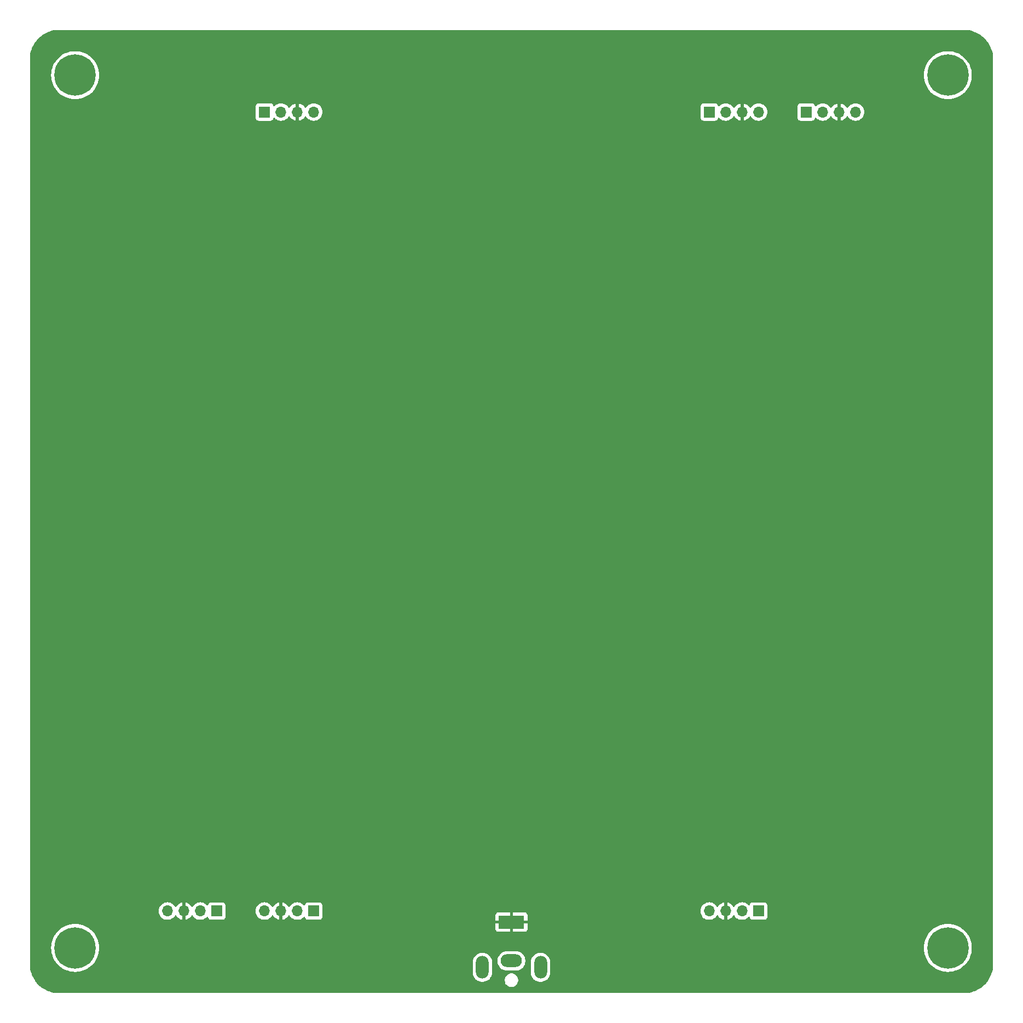
<source format=gtl>
%TF.GenerationSoftware,KiCad,Pcbnew,8.0.1*%
%TF.CreationDate,2024-03-21T17:04:44-07:00*%
%TF.ProjectId,fan-controller,66616e2d-636f-46e7-9472-6f6c6c65722e,rev?*%
%TF.SameCoordinates,Original*%
%TF.FileFunction,Copper,L1,Top*%
%TF.FilePolarity,Positive*%
%FSLAX46Y46*%
G04 Gerber Fmt 4.6, Leading zero omitted, Abs format (unit mm)*
G04 Created by KiCad (PCBNEW 8.0.1) date 2024-03-21 17:04:44*
%MOMM*%
%LPD*%
G01*
G04 APERTURE LIST*
%TA.AperFunction,ComponentPad*%
%ADD10R,1.700000X1.700000*%
%TD*%
%TA.AperFunction,ComponentPad*%
%ADD11O,1.700000X1.700000*%
%TD*%
%TA.AperFunction,ComponentPad*%
%ADD12C,6.400000*%
%TD*%
%TA.AperFunction,ComponentPad*%
%ADD13O,2.000000X3.500000*%
%TD*%
%TA.AperFunction,ComponentPad*%
%ADD14O,3.300000X2.000000*%
%TD*%
%TA.AperFunction,ComponentPad*%
%ADD15R,4.000000X2.000000*%
%TD*%
G04 APERTURE END LIST*
D10*
%TO.P,J5,1,Pin_1*%
%TO.N,unconnected-(J5-Pin_1-Pad1)*%
X230600000Y-88200000D03*
D11*
%TO.P,J5,2,Pin_2*%
%TO.N,unconnected-(J5-Pin_2-Pad2)*%
X233140000Y-88200000D03*
%TO.P,J5,3,Pin_3*%
%TO.N,+12V*%
X235680000Y-88200000D03*
%TO.P,J5,4,Pin_4*%
%TO.N,GND*%
X238220000Y-88200000D03*
%TD*%
D10*
%TO.P,J6,1,Pin_1*%
%TO.N,unconnected-(J6-Pin_1-Pad1)*%
X161800000Y-88200000D03*
D11*
%TO.P,J6,2,Pin_2*%
%TO.N,unconnected-(J6-Pin_2-Pad2)*%
X164340000Y-88200000D03*
%TO.P,J6,3,Pin_3*%
%TO.N,+12V*%
X166880000Y-88200000D03*
%TO.P,J6,4,Pin_4*%
%TO.N,GND*%
X169420000Y-88200000D03*
%TD*%
D12*
%TO.P,H1,1,1*%
%TO.N,GND*%
X132500000Y-82500000D03*
%TD*%
D13*
%TO.P,J7,MP,MountPin*%
%TO.N,unconnected-(J7-MountPin-PadMP)_0*%
X204500000Y-220500000D03*
%TO.N,unconnected-(J7-MountPin-PadMP)*%
X195500000Y-220500000D03*
D14*
%TO.P,J7,2*%
%TO.N,GND*%
X200000000Y-219500000D03*
D15*
%TO.P,J7,1*%
%TO.N,+12V*%
X200000000Y-213500000D03*
%TD*%
D12*
%TO.P,H3,1,1*%
%TO.N,GND*%
X132500000Y-217500000D03*
%TD*%
D10*
%TO.P,J4,1,Pin_1*%
%TO.N,unconnected-(J4-Pin_1-Pad1)*%
X245600000Y-88200000D03*
D11*
%TO.P,J4,2,Pin_2*%
%TO.N,unconnected-(J4-Pin_2-Pad2)*%
X248140000Y-88200000D03*
%TO.P,J4,3,Pin_3*%
%TO.N,+12V*%
X250680000Y-88200000D03*
%TO.P,J4,4,Pin_4*%
%TO.N,GND*%
X253220000Y-88200000D03*
%TD*%
D12*
%TO.P,H2,1,1*%
%TO.N,GND*%
X267500000Y-82500000D03*
%TD*%
D10*
%TO.P,J1,1,Pin_1*%
%TO.N,unconnected-(J1-Pin_1-Pad1)*%
X154400000Y-211800000D03*
D11*
%TO.P,J1,2,Pin_2*%
%TO.N,unconnected-(J1-Pin_2-Pad2)*%
X151860000Y-211800000D03*
%TO.P,J1,3,Pin_3*%
%TO.N,+12V*%
X149320000Y-211800000D03*
%TO.P,J1,4,Pin_4*%
%TO.N,GND*%
X146780000Y-211800000D03*
%TD*%
D10*
%TO.P,J3,1,Pin_1*%
%TO.N,unconnected-(J3-Pin_1-Pad1)*%
X238200000Y-211800000D03*
D11*
%TO.P,J3,2,Pin_2*%
%TO.N,unconnected-(J3-Pin_2-Pad2)*%
X235660000Y-211800000D03*
%TO.P,J3,3,Pin_3*%
%TO.N,+12V*%
X233120000Y-211800000D03*
%TO.P,J3,4,Pin_4*%
%TO.N,GND*%
X230580000Y-211800000D03*
%TD*%
D12*
%TO.P,H4,1,1*%
%TO.N,GND*%
X267500000Y-217500000D03*
%TD*%
D10*
%TO.P,J2,1,Pin_1*%
%TO.N,unconnected-(J2-Pin_1-Pad1)*%
X169400000Y-211800000D03*
D11*
%TO.P,J2,2,Pin_2*%
%TO.N,unconnected-(J2-Pin_2-Pad2)*%
X166860000Y-211800000D03*
%TO.P,J2,3,Pin_3*%
%TO.N,+12V*%
X164320000Y-211800000D03*
%TO.P,J2,4,Pin_4*%
%TO.N,GND*%
X161780000Y-211800000D03*
%TD*%
%TA.AperFunction,Conductor*%
%TO.N,+12V*%
G36*
X270002702Y-75500617D02*
G01*
X270386771Y-75517386D01*
X270397506Y-75518326D01*
X270775971Y-75568152D01*
X270786597Y-75570025D01*
X271159284Y-75652648D01*
X271169710Y-75655442D01*
X271533765Y-75770227D01*
X271543911Y-75773920D01*
X271896578Y-75920000D01*
X271906369Y-75924566D01*
X272244942Y-76100816D01*
X272254310Y-76106224D01*
X272576244Y-76311318D01*
X272585105Y-76317523D01*
X272887930Y-76549889D01*
X272896217Y-76556843D01*
X273177635Y-76814715D01*
X273185284Y-76822364D01*
X273443156Y-77103782D01*
X273450110Y-77112069D01*
X273682476Y-77414894D01*
X273688681Y-77423755D01*
X273893775Y-77745689D01*
X273899183Y-77755057D01*
X274075430Y-78093623D01*
X274080002Y-78103427D01*
X274226075Y-78456078D01*
X274229775Y-78466244D01*
X274344554Y-78830278D01*
X274347354Y-78840727D01*
X274429971Y-79213389D01*
X274431849Y-79224042D01*
X274481671Y-79602473D01*
X274482614Y-79613249D01*
X274499382Y-79997297D01*
X274499500Y-80002706D01*
X274499500Y-219997293D01*
X274499382Y-220002702D01*
X274482614Y-220386750D01*
X274481671Y-220397526D01*
X274431849Y-220775957D01*
X274429971Y-220786610D01*
X274347354Y-221159272D01*
X274344554Y-221169721D01*
X274229775Y-221533755D01*
X274226075Y-221543921D01*
X274080002Y-221896572D01*
X274075430Y-221906376D01*
X273899183Y-222244942D01*
X273893775Y-222254310D01*
X273688681Y-222576244D01*
X273682476Y-222585105D01*
X273450110Y-222887930D01*
X273443156Y-222896217D01*
X273185284Y-223177635D01*
X273177635Y-223185284D01*
X272896217Y-223443156D01*
X272887930Y-223450110D01*
X272585105Y-223682476D01*
X272576244Y-223688681D01*
X272254310Y-223893775D01*
X272244942Y-223899183D01*
X271906376Y-224075430D01*
X271896572Y-224080002D01*
X271543921Y-224226075D01*
X271533755Y-224229775D01*
X271169721Y-224344554D01*
X271159272Y-224347354D01*
X270786610Y-224429971D01*
X270775957Y-224431849D01*
X270397526Y-224481671D01*
X270386750Y-224482614D01*
X270002703Y-224499382D01*
X269997294Y-224499500D01*
X130002706Y-224499500D01*
X129997297Y-224499382D01*
X129613249Y-224482614D01*
X129602473Y-224481671D01*
X129224042Y-224431849D01*
X129213389Y-224429971D01*
X128840727Y-224347354D01*
X128830278Y-224344554D01*
X128466244Y-224229775D01*
X128456078Y-224226075D01*
X128103427Y-224080002D01*
X128093623Y-224075430D01*
X127755057Y-223899183D01*
X127745689Y-223893775D01*
X127423755Y-223688681D01*
X127414894Y-223682476D01*
X127112069Y-223450110D01*
X127103782Y-223443156D01*
X126822364Y-223185284D01*
X126814715Y-223177635D01*
X126556843Y-222896217D01*
X126549889Y-222887930D01*
X126317523Y-222585105D01*
X126311318Y-222576244D01*
X126283986Y-222533342D01*
X126106223Y-222254309D01*
X126100816Y-222244942D01*
X125924566Y-221906369D01*
X125919997Y-221896572D01*
X125892564Y-221830342D01*
X125773920Y-221543911D01*
X125770224Y-221533755D01*
X125717993Y-221368097D01*
X193999500Y-221368097D01*
X194036446Y-221601368D01*
X194109433Y-221825996D01*
X194198697Y-222001185D01*
X194216657Y-222036433D01*
X194355483Y-222227510D01*
X194522490Y-222394517D01*
X194713567Y-222533343D01*
X194797765Y-222576244D01*
X194924003Y-222640566D01*
X194924005Y-222640566D01*
X194924008Y-222640568D01*
X195044412Y-222679689D01*
X195148631Y-222713553D01*
X195381903Y-222750500D01*
X195381908Y-222750500D01*
X195618097Y-222750500D01*
X195851368Y-222713553D01*
X196075992Y-222640568D01*
X196148803Y-222603469D01*
X198949500Y-222603469D01*
X198989868Y-222806412D01*
X198989870Y-222806420D01*
X199069058Y-222997596D01*
X199184024Y-223169657D01*
X199330342Y-223315975D01*
X199330345Y-223315977D01*
X199502402Y-223430941D01*
X199693580Y-223510130D01*
X199896530Y-223550499D01*
X199896534Y-223550500D01*
X199896535Y-223550500D01*
X200103466Y-223550500D01*
X200103467Y-223550499D01*
X200306420Y-223510130D01*
X200497598Y-223430941D01*
X200669655Y-223315977D01*
X200815977Y-223169655D01*
X200930941Y-222997598D01*
X201010130Y-222806420D01*
X201050500Y-222603465D01*
X201050500Y-222396535D01*
X201010130Y-222193580D01*
X200930941Y-222002402D01*
X200815977Y-221830345D01*
X200815975Y-221830342D01*
X200669657Y-221684024D01*
X200500254Y-221570834D01*
X200497598Y-221569059D01*
X200424836Y-221538920D01*
X200306420Y-221489870D01*
X200306412Y-221489868D01*
X200103469Y-221449500D01*
X200103465Y-221449500D01*
X199896535Y-221449500D01*
X199896530Y-221449500D01*
X199693587Y-221489868D01*
X199693579Y-221489870D01*
X199502403Y-221569058D01*
X199330342Y-221684024D01*
X199184024Y-221830342D01*
X199069058Y-222002403D01*
X198989870Y-222193579D01*
X198989868Y-222193587D01*
X198949500Y-222396530D01*
X198949500Y-222603469D01*
X196148803Y-222603469D01*
X196286433Y-222533343D01*
X196477510Y-222394517D01*
X196644517Y-222227510D01*
X196783343Y-222036433D01*
X196890568Y-221825992D01*
X196963553Y-221601368D01*
X196974262Y-221533755D01*
X197000500Y-221368097D01*
X202999500Y-221368097D01*
X203036446Y-221601368D01*
X203109433Y-221825996D01*
X203198697Y-222001185D01*
X203216657Y-222036433D01*
X203355483Y-222227510D01*
X203522490Y-222394517D01*
X203713567Y-222533343D01*
X203797765Y-222576244D01*
X203924003Y-222640566D01*
X203924005Y-222640566D01*
X203924008Y-222640568D01*
X204044412Y-222679689D01*
X204148631Y-222713553D01*
X204381903Y-222750500D01*
X204381908Y-222750500D01*
X204618097Y-222750500D01*
X204851368Y-222713553D01*
X205075992Y-222640568D01*
X205286433Y-222533343D01*
X205477510Y-222394517D01*
X205644517Y-222227510D01*
X205783343Y-222036433D01*
X205890568Y-221825992D01*
X205963553Y-221601368D01*
X205974262Y-221533755D01*
X206000500Y-221368097D01*
X206000500Y-219631902D01*
X205963553Y-219398631D01*
X205890566Y-219174003D01*
X205834002Y-219062991D01*
X205783343Y-218963567D01*
X205644517Y-218772490D01*
X205477510Y-218605483D01*
X205286433Y-218466657D01*
X205075996Y-218359433D01*
X204851368Y-218286446D01*
X204618097Y-218249500D01*
X204618092Y-218249500D01*
X204381908Y-218249500D01*
X204381903Y-218249500D01*
X204148631Y-218286446D01*
X203924003Y-218359433D01*
X203713566Y-218466657D01*
X203604550Y-218545862D01*
X203522490Y-218605483D01*
X203522488Y-218605485D01*
X203522487Y-218605485D01*
X203355485Y-218772487D01*
X203355485Y-218772488D01*
X203355483Y-218772490D01*
X203295862Y-218854550D01*
X203216657Y-218963566D01*
X203109433Y-219174003D01*
X203036446Y-219398631D01*
X202999500Y-219631902D01*
X202999500Y-221368097D01*
X197000500Y-221368097D01*
X197000500Y-219631902D01*
X196998313Y-219618097D01*
X197849500Y-219618097D01*
X197886446Y-219851368D01*
X197959433Y-220075996D01*
X198066657Y-220286433D01*
X198205483Y-220477510D01*
X198372490Y-220644517D01*
X198563567Y-220783343D01*
X198662991Y-220834002D01*
X198774003Y-220890566D01*
X198774005Y-220890566D01*
X198774008Y-220890568D01*
X198894412Y-220929689D01*
X198998631Y-220963553D01*
X199231903Y-221000500D01*
X199231908Y-221000500D01*
X200768097Y-221000500D01*
X201001368Y-220963553D01*
X201225992Y-220890568D01*
X201436433Y-220783343D01*
X201627510Y-220644517D01*
X201794517Y-220477510D01*
X201933343Y-220286433D01*
X202040568Y-220075992D01*
X202113553Y-219851368D01*
X202150500Y-219618097D01*
X202150500Y-219381902D01*
X202113553Y-219148631D01*
X202067597Y-219007194D01*
X202040568Y-218924008D01*
X202040566Y-218924005D01*
X202040566Y-218924003D01*
X201933342Y-218713566D01*
X201883594Y-218645094D01*
X201794517Y-218522490D01*
X201627510Y-218355483D01*
X201436433Y-218216657D01*
X201225996Y-218109433D01*
X201001368Y-218036446D01*
X200768097Y-217999500D01*
X200768092Y-217999500D01*
X199231908Y-217999500D01*
X199231903Y-217999500D01*
X198998631Y-218036446D01*
X198774003Y-218109433D01*
X198563566Y-218216657D01*
X198454550Y-218295862D01*
X198372490Y-218355483D01*
X198372488Y-218355485D01*
X198372487Y-218355485D01*
X198205485Y-218522487D01*
X198205485Y-218522488D01*
X198205483Y-218522490D01*
X198145862Y-218604550D01*
X198066657Y-218713566D01*
X197959433Y-218924003D01*
X197886446Y-219148631D01*
X197849500Y-219381902D01*
X197849500Y-219618097D01*
X196998313Y-219618097D01*
X196963553Y-219398631D01*
X196890566Y-219174003D01*
X196834002Y-219062991D01*
X196783343Y-218963567D01*
X196644517Y-218772490D01*
X196477510Y-218605483D01*
X196286433Y-218466657D01*
X196075996Y-218359433D01*
X195851368Y-218286446D01*
X195618097Y-218249500D01*
X195618092Y-218249500D01*
X195381908Y-218249500D01*
X195381903Y-218249500D01*
X195148631Y-218286446D01*
X194924003Y-218359433D01*
X194713566Y-218466657D01*
X194604550Y-218545862D01*
X194522490Y-218605483D01*
X194522488Y-218605485D01*
X194522487Y-218605485D01*
X194355485Y-218772487D01*
X194355485Y-218772488D01*
X194355483Y-218772490D01*
X194295862Y-218854550D01*
X194216657Y-218963566D01*
X194109433Y-219174003D01*
X194036446Y-219398631D01*
X193999500Y-219631902D01*
X193999500Y-221368097D01*
X125717993Y-221368097D01*
X125655442Y-221169710D01*
X125652648Y-221159284D01*
X125570025Y-220786597D01*
X125568152Y-220775971D01*
X125518326Y-220397506D01*
X125517386Y-220386771D01*
X125500618Y-220002702D01*
X125500500Y-219997293D01*
X125500500Y-217500000D01*
X128794422Y-217500000D01*
X128814722Y-217887339D01*
X128875397Y-218270427D01*
X128875398Y-218270433D01*
X128899245Y-218359433D01*
X128975788Y-218645094D01*
X129114787Y-219007197D01*
X129290877Y-219352793D01*
X129502122Y-219678082D01*
X129502124Y-219678084D01*
X129746219Y-219979516D01*
X130020484Y-220253781D01*
X130020488Y-220253784D01*
X130321917Y-220497877D01*
X130547723Y-220644517D01*
X130647211Y-220709125D01*
X130992806Y-220885214D01*
X131354913Y-221024214D01*
X131729567Y-221124602D01*
X132112662Y-221185278D01*
X132478576Y-221204455D01*
X132499999Y-221205578D01*
X132500000Y-221205578D01*
X132500001Y-221205578D01*
X132520301Y-221204514D01*
X132887338Y-221185278D01*
X133270433Y-221124602D01*
X133645087Y-221024214D01*
X134007194Y-220885214D01*
X134352789Y-220709125D01*
X134678084Y-220497876D01*
X134979516Y-220253781D01*
X135253781Y-219979516D01*
X135497876Y-219678084D01*
X135709125Y-219352789D01*
X135885214Y-219007194D01*
X136024214Y-218645087D01*
X136124602Y-218270433D01*
X136185278Y-217887338D01*
X136205578Y-217500000D01*
X263794422Y-217500000D01*
X263814722Y-217887339D01*
X263875397Y-218270427D01*
X263875398Y-218270433D01*
X263899245Y-218359433D01*
X263975788Y-218645094D01*
X264114787Y-219007197D01*
X264290877Y-219352793D01*
X264502122Y-219678082D01*
X264502124Y-219678084D01*
X264746219Y-219979516D01*
X265020484Y-220253781D01*
X265020488Y-220253784D01*
X265321917Y-220497877D01*
X265547723Y-220644517D01*
X265647211Y-220709125D01*
X265992806Y-220885214D01*
X266354913Y-221024214D01*
X266729567Y-221124602D01*
X267112662Y-221185278D01*
X267478576Y-221204455D01*
X267499999Y-221205578D01*
X267500000Y-221205578D01*
X267500001Y-221205578D01*
X267520301Y-221204514D01*
X267887338Y-221185278D01*
X268270433Y-221124602D01*
X268645087Y-221024214D01*
X269007194Y-220885214D01*
X269352789Y-220709125D01*
X269678084Y-220497876D01*
X269979516Y-220253781D01*
X270253781Y-219979516D01*
X270497876Y-219678084D01*
X270709125Y-219352789D01*
X270885214Y-219007194D01*
X271024214Y-218645087D01*
X271124602Y-218270433D01*
X271185278Y-217887338D01*
X271205578Y-217500000D01*
X271185278Y-217112662D01*
X271124602Y-216729567D01*
X271024214Y-216354913D01*
X270885214Y-215992806D01*
X270709125Y-215647211D01*
X270497876Y-215321916D01*
X270253781Y-215020484D01*
X269979516Y-214746219D01*
X269808063Y-214607379D01*
X269678082Y-214502122D01*
X269352793Y-214290877D01*
X269007197Y-214114787D01*
X268645094Y-213975788D01*
X268608285Y-213965925D01*
X268270433Y-213875398D01*
X268270429Y-213875397D01*
X268270428Y-213875397D01*
X267887339Y-213814722D01*
X267500001Y-213794422D01*
X267499999Y-213794422D01*
X267112660Y-213814722D01*
X266729572Y-213875397D01*
X266729570Y-213875397D01*
X266354905Y-213975788D01*
X265992802Y-214114787D01*
X265647206Y-214290877D01*
X265321917Y-214502122D01*
X265020488Y-214746215D01*
X265020480Y-214746222D01*
X264746222Y-215020480D01*
X264746215Y-215020488D01*
X264502122Y-215321917D01*
X264290877Y-215647206D01*
X264114787Y-215992802D01*
X263975788Y-216354905D01*
X263875397Y-216729570D01*
X263875397Y-216729572D01*
X263814722Y-217112660D01*
X263794422Y-217499999D01*
X263794422Y-217500000D01*
X136205578Y-217500000D01*
X136185278Y-217112662D01*
X136124602Y-216729567D01*
X136024214Y-216354913D01*
X135885214Y-215992806D01*
X135709125Y-215647211D01*
X135497876Y-215321916D01*
X135253781Y-215020484D01*
X134979516Y-214746219D01*
X134808063Y-214607379D01*
X134734544Y-214547844D01*
X197500000Y-214547844D01*
X197506401Y-214607372D01*
X197506403Y-214607379D01*
X197556645Y-214742086D01*
X197556649Y-214742093D01*
X197642809Y-214857187D01*
X197642812Y-214857190D01*
X197757906Y-214943350D01*
X197757913Y-214943354D01*
X197892620Y-214993596D01*
X197892627Y-214993598D01*
X197952155Y-214999999D01*
X197952172Y-215000000D01*
X199750000Y-215000000D01*
X199750000Y-214000000D01*
X200250000Y-214000000D01*
X200250000Y-215000000D01*
X202047828Y-215000000D01*
X202047844Y-214999999D01*
X202107372Y-214993598D01*
X202107379Y-214993596D01*
X202242086Y-214943354D01*
X202242093Y-214943350D01*
X202357187Y-214857190D01*
X202357190Y-214857187D01*
X202443350Y-214742093D01*
X202443354Y-214742086D01*
X202493596Y-214607379D01*
X202493598Y-214607372D01*
X202499999Y-214547844D01*
X202500000Y-214547827D01*
X202500000Y-213750000D01*
X201433012Y-213750000D01*
X201465925Y-213692993D01*
X201500000Y-213565826D01*
X201500000Y-213434174D01*
X201465925Y-213307007D01*
X201433012Y-213250000D01*
X202500000Y-213250000D01*
X202500000Y-212452172D01*
X202499999Y-212452155D01*
X202493598Y-212392627D01*
X202493596Y-212392620D01*
X202443354Y-212257913D01*
X202443350Y-212257906D01*
X202357190Y-212142812D01*
X202357187Y-212142809D01*
X202242093Y-212056649D01*
X202242086Y-212056645D01*
X202107379Y-212006403D01*
X202107372Y-212006401D01*
X202047844Y-212000000D01*
X200250000Y-212000000D01*
X200250000Y-213000000D01*
X199750000Y-213000000D01*
X199750000Y-212000000D01*
X197952155Y-212000000D01*
X197892627Y-212006401D01*
X197892620Y-212006403D01*
X197757913Y-212056645D01*
X197757906Y-212056649D01*
X197642812Y-212142809D01*
X197642809Y-212142812D01*
X197556649Y-212257906D01*
X197556645Y-212257913D01*
X197506403Y-212392620D01*
X197506401Y-212392627D01*
X197500000Y-212452155D01*
X197500000Y-213250000D01*
X198566988Y-213250000D01*
X198534075Y-213307007D01*
X198500000Y-213434174D01*
X198500000Y-213565826D01*
X198534075Y-213692993D01*
X198566988Y-213750000D01*
X197500000Y-213750000D01*
X197500000Y-214547844D01*
X134734544Y-214547844D01*
X134678082Y-214502122D01*
X134352793Y-214290877D01*
X134007197Y-214114787D01*
X133645094Y-213975788D01*
X133608285Y-213965925D01*
X133270433Y-213875398D01*
X133270429Y-213875397D01*
X133270428Y-213875397D01*
X132887339Y-213814722D01*
X132500001Y-213794422D01*
X132499999Y-213794422D01*
X132112660Y-213814722D01*
X131729572Y-213875397D01*
X131729570Y-213875397D01*
X131354905Y-213975788D01*
X130992802Y-214114787D01*
X130647206Y-214290877D01*
X130321917Y-214502122D01*
X130020488Y-214746215D01*
X130020480Y-214746222D01*
X129746222Y-215020480D01*
X129746215Y-215020488D01*
X129502122Y-215321917D01*
X129290877Y-215647206D01*
X129114787Y-215992802D01*
X128975788Y-216354905D01*
X128875397Y-216729570D01*
X128875397Y-216729572D01*
X128814722Y-217112660D01*
X128794422Y-217499999D01*
X128794422Y-217500000D01*
X125500500Y-217500000D01*
X125500500Y-211800000D01*
X145424341Y-211800000D01*
X145444936Y-212035403D01*
X145444938Y-212035413D01*
X145506094Y-212263655D01*
X145506096Y-212263659D01*
X145506097Y-212263663D01*
X145600500Y-212466110D01*
X145605965Y-212477830D01*
X145605967Y-212477834D01*
X145714281Y-212632521D01*
X145741505Y-212671401D01*
X145908599Y-212838495D01*
X146005384Y-212906265D01*
X146102165Y-212974032D01*
X146102167Y-212974033D01*
X146102170Y-212974035D01*
X146316337Y-213073903D01*
X146544592Y-213135063D01*
X146721034Y-213150500D01*
X146779999Y-213155659D01*
X146780000Y-213155659D01*
X146780001Y-213155659D01*
X146838966Y-213150500D01*
X147015408Y-213135063D01*
X147243663Y-213073903D01*
X147457830Y-212974035D01*
X147651401Y-212838495D01*
X147818495Y-212671401D01*
X147948730Y-212485405D01*
X148003307Y-212441781D01*
X148072805Y-212434587D01*
X148135160Y-212466110D01*
X148151879Y-212485405D01*
X148281890Y-212671078D01*
X148448917Y-212838105D01*
X148642421Y-212973600D01*
X148856507Y-213073429D01*
X148856516Y-213073433D01*
X149070000Y-213130634D01*
X149070000Y-212233012D01*
X149127007Y-212265925D01*
X149254174Y-212300000D01*
X149385826Y-212300000D01*
X149512993Y-212265925D01*
X149570000Y-212233012D01*
X149570000Y-213130633D01*
X149783483Y-213073433D01*
X149783492Y-213073429D01*
X149997578Y-212973600D01*
X150191082Y-212838105D01*
X150358105Y-212671082D01*
X150488119Y-212485405D01*
X150542696Y-212441781D01*
X150612195Y-212434588D01*
X150674549Y-212466110D01*
X150691269Y-212485405D01*
X150821505Y-212671401D01*
X150988599Y-212838495D01*
X151085384Y-212906265D01*
X151182165Y-212974032D01*
X151182167Y-212974033D01*
X151182170Y-212974035D01*
X151396337Y-213073903D01*
X151624592Y-213135063D01*
X151801034Y-213150500D01*
X151859999Y-213155659D01*
X151860000Y-213155659D01*
X151860001Y-213155659D01*
X151918966Y-213150500D01*
X152095408Y-213135063D01*
X152323663Y-213073903D01*
X152537830Y-212974035D01*
X152731401Y-212838495D01*
X152853329Y-212716566D01*
X152914648Y-212683084D01*
X152984340Y-212688068D01*
X153040274Y-212729939D01*
X153057189Y-212760917D01*
X153106202Y-212892328D01*
X153106206Y-212892335D01*
X153192452Y-213007544D01*
X153192455Y-213007547D01*
X153307664Y-213093793D01*
X153307671Y-213093797D01*
X153442517Y-213144091D01*
X153442516Y-213144091D01*
X153449444Y-213144835D01*
X153502127Y-213150500D01*
X155297872Y-213150499D01*
X155357483Y-213144091D01*
X155492331Y-213093796D01*
X155607546Y-213007546D01*
X155693796Y-212892331D01*
X155744091Y-212757483D01*
X155750500Y-212697873D01*
X155750499Y-211800000D01*
X160424341Y-211800000D01*
X160444936Y-212035403D01*
X160444938Y-212035413D01*
X160506094Y-212263655D01*
X160506096Y-212263659D01*
X160506097Y-212263663D01*
X160600500Y-212466110D01*
X160605965Y-212477830D01*
X160605967Y-212477834D01*
X160714281Y-212632521D01*
X160741505Y-212671401D01*
X160908599Y-212838495D01*
X161005384Y-212906265D01*
X161102165Y-212974032D01*
X161102167Y-212974033D01*
X161102170Y-212974035D01*
X161316337Y-213073903D01*
X161544592Y-213135063D01*
X161721034Y-213150500D01*
X161779999Y-213155659D01*
X161780000Y-213155659D01*
X161780001Y-213155659D01*
X161838966Y-213150500D01*
X162015408Y-213135063D01*
X162243663Y-213073903D01*
X162457830Y-212974035D01*
X162651401Y-212838495D01*
X162818495Y-212671401D01*
X162948730Y-212485405D01*
X163003307Y-212441781D01*
X163072805Y-212434587D01*
X163135160Y-212466110D01*
X163151879Y-212485405D01*
X163281890Y-212671078D01*
X163448917Y-212838105D01*
X163642421Y-212973600D01*
X163856507Y-213073429D01*
X163856516Y-213073433D01*
X164070000Y-213130634D01*
X164070000Y-212233012D01*
X164127007Y-212265925D01*
X164254174Y-212300000D01*
X164385826Y-212300000D01*
X164512993Y-212265925D01*
X164570000Y-212233012D01*
X164570000Y-213130633D01*
X164783483Y-213073433D01*
X164783492Y-213073429D01*
X164997578Y-212973600D01*
X165191082Y-212838105D01*
X165358105Y-212671082D01*
X165488119Y-212485405D01*
X165542696Y-212441781D01*
X165612195Y-212434588D01*
X165674549Y-212466110D01*
X165691269Y-212485405D01*
X165821505Y-212671401D01*
X165988599Y-212838495D01*
X166085384Y-212906265D01*
X166182165Y-212974032D01*
X166182167Y-212974033D01*
X166182170Y-212974035D01*
X166396337Y-213073903D01*
X166624592Y-213135063D01*
X166801034Y-213150500D01*
X166859999Y-213155659D01*
X166860000Y-213155659D01*
X166860001Y-213155659D01*
X166918966Y-213150500D01*
X167095408Y-213135063D01*
X167323663Y-213073903D01*
X167537830Y-212974035D01*
X167731401Y-212838495D01*
X167853329Y-212716566D01*
X167914648Y-212683084D01*
X167984340Y-212688068D01*
X168040274Y-212729939D01*
X168057189Y-212760917D01*
X168106202Y-212892328D01*
X168106206Y-212892335D01*
X168192452Y-213007544D01*
X168192455Y-213007547D01*
X168307664Y-213093793D01*
X168307671Y-213093797D01*
X168442517Y-213144091D01*
X168442516Y-213144091D01*
X168449444Y-213144835D01*
X168502127Y-213150500D01*
X170297872Y-213150499D01*
X170357483Y-213144091D01*
X170492331Y-213093796D01*
X170607546Y-213007546D01*
X170693796Y-212892331D01*
X170744091Y-212757483D01*
X170750500Y-212697873D01*
X170750499Y-211800000D01*
X229224341Y-211800000D01*
X229244936Y-212035403D01*
X229244938Y-212035413D01*
X229306094Y-212263655D01*
X229306096Y-212263659D01*
X229306097Y-212263663D01*
X229400500Y-212466110D01*
X229405965Y-212477830D01*
X229405967Y-212477834D01*
X229514281Y-212632521D01*
X229541505Y-212671401D01*
X229708599Y-212838495D01*
X229805384Y-212906265D01*
X229902165Y-212974032D01*
X229902167Y-212974033D01*
X229902170Y-212974035D01*
X230116337Y-213073903D01*
X230344592Y-213135063D01*
X230521034Y-213150500D01*
X230579999Y-213155659D01*
X230580000Y-213155659D01*
X230580001Y-213155659D01*
X230638966Y-213150500D01*
X230815408Y-213135063D01*
X231043663Y-213073903D01*
X231257830Y-212974035D01*
X231451401Y-212838495D01*
X231618495Y-212671401D01*
X231748730Y-212485405D01*
X231803307Y-212441781D01*
X231872805Y-212434587D01*
X231935160Y-212466110D01*
X231951879Y-212485405D01*
X232081890Y-212671078D01*
X232248917Y-212838105D01*
X232442421Y-212973600D01*
X232656507Y-213073429D01*
X232656516Y-213073433D01*
X232870000Y-213130634D01*
X232870000Y-212233012D01*
X232927007Y-212265925D01*
X233054174Y-212300000D01*
X233185826Y-212300000D01*
X233312993Y-212265925D01*
X233370000Y-212233012D01*
X233370000Y-213130633D01*
X233583483Y-213073433D01*
X233583492Y-213073429D01*
X233797578Y-212973600D01*
X233991082Y-212838105D01*
X234158105Y-212671082D01*
X234288119Y-212485405D01*
X234342696Y-212441781D01*
X234412195Y-212434588D01*
X234474549Y-212466110D01*
X234491269Y-212485405D01*
X234621505Y-212671401D01*
X234788599Y-212838495D01*
X234885384Y-212906265D01*
X234982165Y-212974032D01*
X234982167Y-212974033D01*
X234982170Y-212974035D01*
X235196337Y-213073903D01*
X235424592Y-213135063D01*
X235601034Y-213150500D01*
X235659999Y-213155659D01*
X235660000Y-213155659D01*
X235660001Y-213155659D01*
X235718966Y-213150500D01*
X235895408Y-213135063D01*
X236123663Y-213073903D01*
X236337830Y-212974035D01*
X236531401Y-212838495D01*
X236653329Y-212716566D01*
X236714648Y-212683084D01*
X236784340Y-212688068D01*
X236840274Y-212729939D01*
X236857189Y-212760917D01*
X236906202Y-212892328D01*
X236906206Y-212892335D01*
X236992452Y-213007544D01*
X236992455Y-213007547D01*
X237107664Y-213093793D01*
X237107671Y-213093797D01*
X237242517Y-213144091D01*
X237242516Y-213144091D01*
X237249444Y-213144835D01*
X237302127Y-213150500D01*
X239097872Y-213150499D01*
X239157483Y-213144091D01*
X239292331Y-213093796D01*
X239407546Y-213007546D01*
X239493796Y-212892331D01*
X239544091Y-212757483D01*
X239550500Y-212697873D01*
X239550499Y-210902128D01*
X239544091Y-210842517D01*
X239542810Y-210839083D01*
X239493797Y-210707671D01*
X239493793Y-210707664D01*
X239407547Y-210592455D01*
X239407544Y-210592452D01*
X239292335Y-210506206D01*
X239292328Y-210506202D01*
X239157482Y-210455908D01*
X239157483Y-210455908D01*
X239097883Y-210449501D01*
X239097881Y-210449500D01*
X239097873Y-210449500D01*
X239097864Y-210449500D01*
X237302129Y-210449500D01*
X237302123Y-210449501D01*
X237242516Y-210455908D01*
X237107671Y-210506202D01*
X237107664Y-210506206D01*
X236992455Y-210592452D01*
X236992452Y-210592455D01*
X236906206Y-210707664D01*
X236906203Y-210707669D01*
X236857189Y-210839083D01*
X236815317Y-210895016D01*
X236749853Y-210919433D01*
X236681580Y-210904581D01*
X236653326Y-210883430D01*
X236531402Y-210761506D01*
X236531395Y-210761501D01*
X236337834Y-210625967D01*
X236337830Y-210625965D01*
X236337828Y-210625964D01*
X236123663Y-210526097D01*
X236123659Y-210526096D01*
X236123655Y-210526094D01*
X235895413Y-210464938D01*
X235895403Y-210464936D01*
X235660001Y-210444341D01*
X235659999Y-210444341D01*
X235424596Y-210464936D01*
X235424586Y-210464938D01*
X235196344Y-210526094D01*
X235196335Y-210526098D01*
X234982171Y-210625964D01*
X234982169Y-210625965D01*
X234788597Y-210761505D01*
X234621508Y-210928594D01*
X234491269Y-211114595D01*
X234436692Y-211158219D01*
X234367193Y-211165412D01*
X234304839Y-211133890D01*
X234288119Y-211114594D01*
X234158113Y-210928926D01*
X234158108Y-210928920D01*
X233991082Y-210761894D01*
X233797578Y-210626399D01*
X233583492Y-210526570D01*
X233583486Y-210526567D01*
X233370000Y-210469364D01*
X233370000Y-211366988D01*
X233312993Y-211334075D01*
X233185826Y-211300000D01*
X233054174Y-211300000D01*
X232927007Y-211334075D01*
X232870000Y-211366988D01*
X232870000Y-210469364D01*
X232869999Y-210469364D01*
X232656513Y-210526567D01*
X232656507Y-210526570D01*
X232442422Y-210626399D01*
X232442420Y-210626400D01*
X232248926Y-210761886D01*
X232248920Y-210761891D01*
X232081891Y-210928920D01*
X232081890Y-210928922D01*
X231951880Y-211114595D01*
X231897303Y-211158219D01*
X231827804Y-211165412D01*
X231765450Y-211133890D01*
X231748730Y-211114594D01*
X231618494Y-210928597D01*
X231451402Y-210761506D01*
X231451395Y-210761501D01*
X231257834Y-210625967D01*
X231257830Y-210625965D01*
X231257828Y-210625964D01*
X231043663Y-210526097D01*
X231043659Y-210526096D01*
X231043655Y-210526094D01*
X230815413Y-210464938D01*
X230815403Y-210464936D01*
X230580001Y-210444341D01*
X230579999Y-210444341D01*
X230344596Y-210464936D01*
X230344586Y-210464938D01*
X230116344Y-210526094D01*
X230116335Y-210526098D01*
X229902171Y-210625964D01*
X229902169Y-210625965D01*
X229708597Y-210761505D01*
X229541505Y-210928597D01*
X229405965Y-211122169D01*
X229405964Y-211122171D01*
X229306098Y-211336335D01*
X229306094Y-211336344D01*
X229244938Y-211564586D01*
X229244936Y-211564596D01*
X229224341Y-211799999D01*
X229224341Y-211800000D01*
X170750499Y-211800000D01*
X170750499Y-210902128D01*
X170744091Y-210842517D01*
X170742810Y-210839083D01*
X170693797Y-210707671D01*
X170693793Y-210707664D01*
X170607547Y-210592455D01*
X170607544Y-210592452D01*
X170492335Y-210506206D01*
X170492328Y-210506202D01*
X170357482Y-210455908D01*
X170357483Y-210455908D01*
X170297883Y-210449501D01*
X170297881Y-210449500D01*
X170297873Y-210449500D01*
X170297864Y-210449500D01*
X168502129Y-210449500D01*
X168502123Y-210449501D01*
X168442516Y-210455908D01*
X168307671Y-210506202D01*
X168307664Y-210506206D01*
X168192455Y-210592452D01*
X168192452Y-210592455D01*
X168106206Y-210707664D01*
X168106203Y-210707669D01*
X168057189Y-210839083D01*
X168015317Y-210895016D01*
X167949853Y-210919433D01*
X167881580Y-210904581D01*
X167853326Y-210883430D01*
X167731402Y-210761506D01*
X167731395Y-210761501D01*
X167537834Y-210625967D01*
X167537830Y-210625965D01*
X167537828Y-210625964D01*
X167323663Y-210526097D01*
X167323659Y-210526096D01*
X167323655Y-210526094D01*
X167095413Y-210464938D01*
X167095403Y-210464936D01*
X166860001Y-210444341D01*
X166859999Y-210444341D01*
X166624596Y-210464936D01*
X166624586Y-210464938D01*
X166396344Y-210526094D01*
X166396335Y-210526098D01*
X166182171Y-210625964D01*
X166182169Y-210625965D01*
X165988597Y-210761505D01*
X165821508Y-210928594D01*
X165691269Y-211114595D01*
X165636692Y-211158219D01*
X165567193Y-211165412D01*
X165504839Y-211133890D01*
X165488119Y-211114594D01*
X165358113Y-210928926D01*
X165358108Y-210928920D01*
X165191082Y-210761894D01*
X164997578Y-210626399D01*
X164783492Y-210526570D01*
X164783486Y-210526567D01*
X164570000Y-210469364D01*
X164570000Y-211366988D01*
X164512993Y-211334075D01*
X164385826Y-211300000D01*
X164254174Y-211300000D01*
X164127007Y-211334075D01*
X164070000Y-211366988D01*
X164070000Y-210469364D01*
X164069999Y-210469364D01*
X163856513Y-210526567D01*
X163856507Y-210526570D01*
X163642422Y-210626399D01*
X163642420Y-210626400D01*
X163448926Y-210761886D01*
X163448920Y-210761891D01*
X163281891Y-210928920D01*
X163281890Y-210928922D01*
X163151880Y-211114595D01*
X163097303Y-211158219D01*
X163027804Y-211165412D01*
X162965450Y-211133890D01*
X162948730Y-211114594D01*
X162818494Y-210928597D01*
X162651402Y-210761506D01*
X162651395Y-210761501D01*
X162457834Y-210625967D01*
X162457830Y-210625965D01*
X162457828Y-210625964D01*
X162243663Y-210526097D01*
X162243659Y-210526096D01*
X162243655Y-210526094D01*
X162015413Y-210464938D01*
X162015403Y-210464936D01*
X161780001Y-210444341D01*
X161779999Y-210444341D01*
X161544596Y-210464936D01*
X161544586Y-210464938D01*
X161316344Y-210526094D01*
X161316335Y-210526098D01*
X161102171Y-210625964D01*
X161102169Y-210625965D01*
X160908597Y-210761505D01*
X160741505Y-210928597D01*
X160605965Y-211122169D01*
X160605964Y-211122171D01*
X160506098Y-211336335D01*
X160506094Y-211336344D01*
X160444938Y-211564586D01*
X160444936Y-211564596D01*
X160424341Y-211799999D01*
X160424341Y-211800000D01*
X155750499Y-211800000D01*
X155750499Y-210902128D01*
X155744091Y-210842517D01*
X155742810Y-210839083D01*
X155693797Y-210707671D01*
X155693793Y-210707664D01*
X155607547Y-210592455D01*
X155607544Y-210592452D01*
X155492335Y-210506206D01*
X155492328Y-210506202D01*
X155357482Y-210455908D01*
X155357483Y-210455908D01*
X155297883Y-210449501D01*
X155297881Y-210449500D01*
X155297873Y-210449500D01*
X155297864Y-210449500D01*
X153502129Y-210449500D01*
X153502123Y-210449501D01*
X153442516Y-210455908D01*
X153307671Y-210506202D01*
X153307664Y-210506206D01*
X153192455Y-210592452D01*
X153192452Y-210592455D01*
X153106206Y-210707664D01*
X153106203Y-210707669D01*
X153057189Y-210839083D01*
X153015317Y-210895016D01*
X152949853Y-210919433D01*
X152881580Y-210904581D01*
X152853326Y-210883430D01*
X152731402Y-210761506D01*
X152731395Y-210761501D01*
X152537834Y-210625967D01*
X152537830Y-210625965D01*
X152537828Y-210625964D01*
X152323663Y-210526097D01*
X152323659Y-210526096D01*
X152323655Y-210526094D01*
X152095413Y-210464938D01*
X152095403Y-210464936D01*
X151860001Y-210444341D01*
X151859999Y-210444341D01*
X151624596Y-210464936D01*
X151624586Y-210464938D01*
X151396344Y-210526094D01*
X151396335Y-210526098D01*
X151182171Y-210625964D01*
X151182169Y-210625965D01*
X150988597Y-210761505D01*
X150821508Y-210928594D01*
X150691269Y-211114595D01*
X150636692Y-211158219D01*
X150567193Y-211165412D01*
X150504839Y-211133890D01*
X150488119Y-211114594D01*
X150358113Y-210928926D01*
X150358108Y-210928920D01*
X150191082Y-210761894D01*
X149997578Y-210626399D01*
X149783492Y-210526570D01*
X149783486Y-210526567D01*
X149570000Y-210469364D01*
X149570000Y-211366988D01*
X149512993Y-211334075D01*
X149385826Y-211300000D01*
X149254174Y-211300000D01*
X149127007Y-211334075D01*
X149070000Y-211366988D01*
X149070000Y-210469364D01*
X149069999Y-210469364D01*
X148856513Y-210526567D01*
X148856507Y-210526570D01*
X148642422Y-210626399D01*
X148642420Y-210626400D01*
X148448926Y-210761886D01*
X148448920Y-210761891D01*
X148281891Y-210928920D01*
X148281890Y-210928922D01*
X148151880Y-211114595D01*
X148097303Y-211158219D01*
X148027804Y-211165412D01*
X147965450Y-211133890D01*
X147948730Y-211114594D01*
X147818494Y-210928597D01*
X147651402Y-210761506D01*
X147651395Y-210761501D01*
X147457834Y-210625967D01*
X147457830Y-210625965D01*
X147457828Y-210625964D01*
X147243663Y-210526097D01*
X147243659Y-210526096D01*
X147243655Y-210526094D01*
X147015413Y-210464938D01*
X147015403Y-210464936D01*
X146780001Y-210444341D01*
X146779999Y-210444341D01*
X146544596Y-210464936D01*
X146544586Y-210464938D01*
X146316344Y-210526094D01*
X146316335Y-210526098D01*
X146102171Y-210625964D01*
X146102169Y-210625965D01*
X145908597Y-210761505D01*
X145741505Y-210928597D01*
X145605965Y-211122169D01*
X145605964Y-211122171D01*
X145506098Y-211336335D01*
X145506094Y-211336344D01*
X145444938Y-211564586D01*
X145444936Y-211564596D01*
X145424341Y-211799999D01*
X145424341Y-211800000D01*
X125500500Y-211800000D01*
X125500500Y-89097870D01*
X160449500Y-89097870D01*
X160449501Y-89097876D01*
X160455908Y-89157483D01*
X160506202Y-89292328D01*
X160506206Y-89292335D01*
X160592452Y-89407544D01*
X160592455Y-89407547D01*
X160707664Y-89493793D01*
X160707671Y-89493797D01*
X160842517Y-89544091D01*
X160842516Y-89544091D01*
X160849444Y-89544835D01*
X160902127Y-89550500D01*
X162697872Y-89550499D01*
X162757483Y-89544091D01*
X162892331Y-89493796D01*
X163007546Y-89407546D01*
X163093796Y-89292331D01*
X163142810Y-89160916D01*
X163184681Y-89104984D01*
X163250145Y-89080566D01*
X163318418Y-89095417D01*
X163346673Y-89116569D01*
X163468599Y-89238495D01*
X163565384Y-89306265D01*
X163662165Y-89374032D01*
X163662167Y-89374033D01*
X163662170Y-89374035D01*
X163876337Y-89473903D01*
X164104592Y-89535063D01*
X164281034Y-89550500D01*
X164339999Y-89555659D01*
X164340000Y-89555659D01*
X164340001Y-89555659D01*
X164398966Y-89550500D01*
X164575408Y-89535063D01*
X164803663Y-89473903D01*
X165017830Y-89374035D01*
X165211401Y-89238495D01*
X165378495Y-89071401D01*
X165508730Y-88885405D01*
X165563307Y-88841781D01*
X165632805Y-88834587D01*
X165695160Y-88866110D01*
X165711879Y-88885405D01*
X165841890Y-89071078D01*
X166008917Y-89238105D01*
X166202421Y-89373600D01*
X166416507Y-89473429D01*
X166416516Y-89473433D01*
X166630000Y-89530634D01*
X166630000Y-88633012D01*
X166687007Y-88665925D01*
X166814174Y-88700000D01*
X166945826Y-88700000D01*
X167072993Y-88665925D01*
X167130000Y-88633012D01*
X167130000Y-89530633D01*
X167343483Y-89473433D01*
X167343492Y-89473429D01*
X167557578Y-89373600D01*
X167751082Y-89238105D01*
X167918105Y-89071082D01*
X168048119Y-88885405D01*
X168102696Y-88841781D01*
X168172195Y-88834588D01*
X168234549Y-88866110D01*
X168251269Y-88885405D01*
X168381505Y-89071401D01*
X168548599Y-89238495D01*
X168645384Y-89306265D01*
X168742165Y-89374032D01*
X168742167Y-89374033D01*
X168742170Y-89374035D01*
X168956337Y-89473903D01*
X169184592Y-89535063D01*
X169361034Y-89550500D01*
X169419999Y-89555659D01*
X169420000Y-89555659D01*
X169420001Y-89555659D01*
X169478966Y-89550500D01*
X169655408Y-89535063D01*
X169883663Y-89473903D01*
X170097830Y-89374035D01*
X170291401Y-89238495D01*
X170432026Y-89097870D01*
X229249500Y-89097870D01*
X229249501Y-89097876D01*
X229255908Y-89157483D01*
X229306202Y-89292328D01*
X229306206Y-89292335D01*
X229392452Y-89407544D01*
X229392455Y-89407547D01*
X229507664Y-89493793D01*
X229507671Y-89493797D01*
X229642517Y-89544091D01*
X229642516Y-89544091D01*
X229649444Y-89544835D01*
X229702127Y-89550500D01*
X231497872Y-89550499D01*
X231557483Y-89544091D01*
X231692331Y-89493796D01*
X231807546Y-89407546D01*
X231893796Y-89292331D01*
X231942810Y-89160916D01*
X231984681Y-89104984D01*
X232050145Y-89080566D01*
X232118418Y-89095417D01*
X232146673Y-89116569D01*
X232268599Y-89238495D01*
X232365384Y-89306265D01*
X232462165Y-89374032D01*
X232462167Y-89374033D01*
X232462170Y-89374035D01*
X232676337Y-89473903D01*
X232904592Y-89535063D01*
X233081034Y-89550500D01*
X233139999Y-89555659D01*
X233140000Y-89555659D01*
X233140001Y-89555659D01*
X233198966Y-89550500D01*
X233375408Y-89535063D01*
X233603663Y-89473903D01*
X233817830Y-89374035D01*
X234011401Y-89238495D01*
X234178495Y-89071401D01*
X234308730Y-88885405D01*
X234363307Y-88841781D01*
X234432805Y-88834587D01*
X234495160Y-88866110D01*
X234511879Y-88885405D01*
X234641890Y-89071078D01*
X234808917Y-89238105D01*
X235002421Y-89373600D01*
X235216507Y-89473429D01*
X235216516Y-89473433D01*
X235430000Y-89530634D01*
X235430000Y-88633012D01*
X235487007Y-88665925D01*
X235614174Y-88700000D01*
X235745826Y-88700000D01*
X235872993Y-88665925D01*
X235930000Y-88633012D01*
X235930000Y-89530633D01*
X236143483Y-89473433D01*
X236143492Y-89473429D01*
X236357578Y-89373600D01*
X236551082Y-89238105D01*
X236718105Y-89071082D01*
X236848119Y-88885405D01*
X236902696Y-88841781D01*
X236972195Y-88834588D01*
X237034549Y-88866110D01*
X237051269Y-88885405D01*
X237181505Y-89071401D01*
X237348599Y-89238495D01*
X237445384Y-89306265D01*
X237542165Y-89374032D01*
X237542167Y-89374033D01*
X237542170Y-89374035D01*
X237756337Y-89473903D01*
X237984592Y-89535063D01*
X238161034Y-89550500D01*
X238219999Y-89555659D01*
X238220000Y-89555659D01*
X238220001Y-89555659D01*
X238278966Y-89550500D01*
X238455408Y-89535063D01*
X238683663Y-89473903D01*
X238897830Y-89374035D01*
X239091401Y-89238495D01*
X239232026Y-89097870D01*
X244249500Y-89097870D01*
X244249501Y-89097876D01*
X244255908Y-89157483D01*
X244306202Y-89292328D01*
X244306206Y-89292335D01*
X244392452Y-89407544D01*
X244392455Y-89407547D01*
X244507664Y-89493793D01*
X244507671Y-89493797D01*
X244642517Y-89544091D01*
X244642516Y-89544091D01*
X244649444Y-89544835D01*
X244702127Y-89550500D01*
X246497872Y-89550499D01*
X246557483Y-89544091D01*
X246692331Y-89493796D01*
X246807546Y-89407546D01*
X246893796Y-89292331D01*
X246942810Y-89160916D01*
X246984681Y-89104984D01*
X247050145Y-89080566D01*
X247118418Y-89095417D01*
X247146673Y-89116569D01*
X247268599Y-89238495D01*
X247365384Y-89306265D01*
X247462165Y-89374032D01*
X247462167Y-89374033D01*
X247462170Y-89374035D01*
X247676337Y-89473903D01*
X247904592Y-89535063D01*
X248081034Y-89550500D01*
X248139999Y-89555659D01*
X248140000Y-89555659D01*
X248140001Y-89555659D01*
X248198966Y-89550500D01*
X248375408Y-89535063D01*
X248603663Y-89473903D01*
X248817830Y-89374035D01*
X249011401Y-89238495D01*
X249178495Y-89071401D01*
X249308730Y-88885405D01*
X249363307Y-88841781D01*
X249432805Y-88834587D01*
X249495160Y-88866110D01*
X249511879Y-88885405D01*
X249641890Y-89071078D01*
X249808917Y-89238105D01*
X250002421Y-89373600D01*
X250216507Y-89473429D01*
X250216516Y-89473433D01*
X250430000Y-89530634D01*
X250430000Y-88633012D01*
X250487007Y-88665925D01*
X250614174Y-88700000D01*
X250745826Y-88700000D01*
X250872993Y-88665925D01*
X250930000Y-88633012D01*
X250930000Y-89530633D01*
X251143483Y-89473433D01*
X251143492Y-89473429D01*
X251357578Y-89373600D01*
X251551082Y-89238105D01*
X251718105Y-89071082D01*
X251848119Y-88885405D01*
X251902696Y-88841781D01*
X251972195Y-88834588D01*
X252034549Y-88866110D01*
X252051269Y-88885405D01*
X252181505Y-89071401D01*
X252348599Y-89238495D01*
X252445384Y-89306265D01*
X252542165Y-89374032D01*
X252542167Y-89374033D01*
X252542170Y-89374035D01*
X252756337Y-89473903D01*
X252984592Y-89535063D01*
X253161034Y-89550500D01*
X253219999Y-89555659D01*
X253220000Y-89555659D01*
X253220001Y-89555659D01*
X253278966Y-89550500D01*
X253455408Y-89535063D01*
X253683663Y-89473903D01*
X253897830Y-89374035D01*
X254091401Y-89238495D01*
X254258495Y-89071401D01*
X254394035Y-88877830D01*
X254493903Y-88663663D01*
X254555063Y-88435408D01*
X254575659Y-88200000D01*
X254555063Y-87964592D01*
X254493903Y-87736337D01*
X254394035Y-87522171D01*
X254388731Y-87514595D01*
X254258494Y-87328597D01*
X254091402Y-87161506D01*
X254091395Y-87161501D01*
X253897834Y-87025967D01*
X253897830Y-87025965D01*
X253897828Y-87025964D01*
X253683663Y-86926097D01*
X253683659Y-86926096D01*
X253683655Y-86926094D01*
X253455413Y-86864938D01*
X253455403Y-86864936D01*
X253220001Y-86844341D01*
X253219999Y-86844341D01*
X252984596Y-86864936D01*
X252984586Y-86864938D01*
X252756344Y-86926094D01*
X252756335Y-86926098D01*
X252542171Y-87025964D01*
X252542169Y-87025965D01*
X252348597Y-87161505D01*
X252181508Y-87328594D01*
X252051269Y-87514595D01*
X251996692Y-87558219D01*
X251927193Y-87565412D01*
X251864839Y-87533890D01*
X251848119Y-87514594D01*
X251718113Y-87328926D01*
X251718108Y-87328920D01*
X251551082Y-87161894D01*
X251357578Y-87026399D01*
X251143492Y-86926570D01*
X251143486Y-86926567D01*
X250930000Y-86869364D01*
X250930000Y-87766988D01*
X250872993Y-87734075D01*
X250745826Y-87700000D01*
X250614174Y-87700000D01*
X250487007Y-87734075D01*
X250430000Y-87766988D01*
X250430000Y-86869364D01*
X250429999Y-86869364D01*
X250216513Y-86926567D01*
X250216507Y-86926570D01*
X250002422Y-87026399D01*
X250002420Y-87026400D01*
X249808926Y-87161886D01*
X249808920Y-87161891D01*
X249641891Y-87328920D01*
X249641890Y-87328922D01*
X249511880Y-87514595D01*
X249457303Y-87558219D01*
X249387804Y-87565412D01*
X249325450Y-87533890D01*
X249308730Y-87514594D01*
X249178494Y-87328597D01*
X249011402Y-87161506D01*
X249011395Y-87161501D01*
X248817834Y-87025967D01*
X248817830Y-87025965D01*
X248817828Y-87025964D01*
X248603663Y-86926097D01*
X248603659Y-86926096D01*
X248603655Y-86926094D01*
X248375413Y-86864938D01*
X248375403Y-86864936D01*
X248140001Y-86844341D01*
X248139999Y-86844341D01*
X247904596Y-86864936D01*
X247904586Y-86864938D01*
X247676344Y-86926094D01*
X247676335Y-86926098D01*
X247462171Y-87025964D01*
X247462169Y-87025965D01*
X247268600Y-87161503D01*
X247146673Y-87283430D01*
X247085350Y-87316914D01*
X247015658Y-87311930D01*
X246959725Y-87270058D01*
X246942810Y-87239081D01*
X246893797Y-87107671D01*
X246893793Y-87107664D01*
X246807547Y-86992455D01*
X246807544Y-86992452D01*
X246692335Y-86906206D01*
X246692328Y-86906202D01*
X246557482Y-86855908D01*
X246557483Y-86855908D01*
X246497883Y-86849501D01*
X246497881Y-86849500D01*
X246497873Y-86849500D01*
X246497864Y-86849500D01*
X244702129Y-86849500D01*
X244702123Y-86849501D01*
X244642516Y-86855908D01*
X244507671Y-86906202D01*
X244507664Y-86906206D01*
X244392455Y-86992452D01*
X244392452Y-86992455D01*
X244306206Y-87107664D01*
X244306202Y-87107671D01*
X244255908Y-87242517D01*
X244249501Y-87302116D01*
X244249500Y-87302135D01*
X244249500Y-89097870D01*
X239232026Y-89097870D01*
X239258495Y-89071401D01*
X239394035Y-88877830D01*
X239493903Y-88663663D01*
X239555063Y-88435408D01*
X239575659Y-88200000D01*
X239555063Y-87964592D01*
X239493903Y-87736337D01*
X239394035Y-87522171D01*
X239388731Y-87514595D01*
X239258494Y-87328597D01*
X239091402Y-87161506D01*
X239091395Y-87161501D01*
X238897834Y-87025967D01*
X238897830Y-87025965D01*
X238897828Y-87025964D01*
X238683663Y-86926097D01*
X238683659Y-86926096D01*
X238683655Y-86926094D01*
X238455413Y-86864938D01*
X238455403Y-86864936D01*
X238220001Y-86844341D01*
X238219999Y-86844341D01*
X237984596Y-86864936D01*
X237984586Y-86864938D01*
X237756344Y-86926094D01*
X237756335Y-86926098D01*
X237542171Y-87025964D01*
X237542169Y-87025965D01*
X237348597Y-87161505D01*
X237181508Y-87328594D01*
X237051269Y-87514595D01*
X236996692Y-87558219D01*
X236927193Y-87565412D01*
X236864839Y-87533890D01*
X236848119Y-87514594D01*
X236718113Y-87328926D01*
X236718108Y-87328920D01*
X236551082Y-87161894D01*
X236357578Y-87026399D01*
X236143492Y-86926570D01*
X236143486Y-86926567D01*
X235930000Y-86869364D01*
X235930000Y-87766988D01*
X235872993Y-87734075D01*
X235745826Y-87700000D01*
X235614174Y-87700000D01*
X235487007Y-87734075D01*
X235430000Y-87766988D01*
X235430000Y-86869364D01*
X235429999Y-86869364D01*
X235216513Y-86926567D01*
X235216507Y-86926570D01*
X235002422Y-87026399D01*
X235002420Y-87026400D01*
X234808926Y-87161886D01*
X234808920Y-87161891D01*
X234641891Y-87328920D01*
X234641890Y-87328922D01*
X234511880Y-87514595D01*
X234457303Y-87558219D01*
X234387804Y-87565412D01*
X234325450Y-87533890D01*
X234308730Y-87514594D01*
X234178494Y-87328597D01*
X234011402Y-87161506D01*
X234011395Y-87161501D01*
X233817834Y-87025967D01*
X233817830Y-87025965D01*
X233817828Y-87025964D01*
X233603663Y-86926097D01*
X233603659Y-86926096D01*
X233603655Y-86926094D01*
X233375413Y-86864938D01*
X233375403Y-86864936D01*
X233140001Y-86844341D01*
X233139999Y-86844341D01*
X232904596Y-86864936D01*
X232904586Y-86864938D01*
X232676344Y-86926094D01*
X232676335Y-86926098D01*
X232462171Y-87025964D01*
X232462169Y-87025965D01*
X232268600Y-87161503D01*
X232146673Y-87283430D01*
X232085350Y-87316914D01*
X232015658Y-87311930D01*
X231959725Y-87270058D01*
X231942810Y-87239081D01*
X231893797Y-87107671D01*
X231893793Y-87107664D01*
X231807547Y-86992455D01*
X231807544Y-86992452D01*
X231692335Y-86906206D01*
X231692328Y-86906202D01*
X231557482Y-86855908D01*
X231557483Y-86855908D01*
X231497883Y-86849501D01*
X231497881Y-86849500D01*
X231497873Y-86849500D01*
X231497864Y-86849500D01*
X229702129Y-86849500D01*
X229702123Y-86849501D01*
X229642516Y-86855908D01*
X229507671Y-86906202D01*
X229507664Y-86906206D01*
X229392455Y-86992452D01*
X229392452Y-86992455D01*
X229306206Y-87107664D01*
X229306202Y-87107671D01*
X229255908Y-87242517D01*
X229249501Y-87302116D01*
X229249500Y-87302135D01*
X229249500Y-89097870D01*
X170432026Y-89097870D01*
X170458495Y-89071401D01*
X170594035Y-88877830D01*
X170693903Y-88663663D01*
X170755063Y-88435408D01*
X170775659Y-88200000D01*
X170755063Y-87964592D01*
X170693903Y-87736337D01*
X170594035Y-87522171D01*
X170588731Y-87514595D01*
X170458494Y-87328597D01*
X170291402Y-87161506D01*
X170291395Y-87161501D01*
X170097834Y-87025967D01*
X170097830Y-87025965D01*
X170097828Y-87025964D01*
X169883663Y-86926097D01*
X169883659Y-86926096D01*
X169883655Y-86926094D01*
X169655413Y-86864938D01*
X169655403Y-86864936D01*
X169420001Y-86844341D01*
X169419999Y-86844341D01*
X169184596Y-86864936D01*
X169184586Y-86864938D01*
X168956344Y-86926094D01*
X168956335Y-86926098D01*
X168742171Y-87025964D01*
X168742169Y-87025965D01*
X168548597Y-87161505D01*
X168381508Y-87328594D01*
X168251269Y-87514595D01*
X168196692Y-87558219D01*
X168127193Y-87565412D01*
X168064839Y-87533890D01*
X168048119Y-87514594D01*
X167918113Y-87328926D01*
X167918108Y-87328920D01*
X167751082Y-87161894D01*
X167557578Y-87026399D01*
X167343492Y-86926570D01*
X167343486Y-86926567D01*
X167130000Y-86869364D01*
X167130000Y-87766988D01*
X167072993Y-87734075D01*
X166945826Y-87700000D01*
X166814174Y-87700000D01*
X166687007Y-87734075D01*
X166630000Y-87766988D01*
X166630000Y-86869364D01*
X166629999Y-86869364D01*
X166416513Y-86926567D01*
X166416507Y-86926570D01*
X166202422Y-87026399D01*
X166202420Y-87026400D01*
X166008926Y-87161886D01*
X166008920Y-87161891D01*
X165841891Y-87328920D01*
X165841890Y-87328922D01*
X165711880Y-87514595D01*
X165657303Y-87558219D01*
X165587804Y-87565412D01*
X165525450Y-87533890D01*
X165508730Y-87514594D01*
X165378494Y-87328597D01*
X165211402Y-87161506D01*
X165211395Y-87161501D01*
X165017834Y-87025967D01*
X165017830Y-87025965D01*
X165017828Y-87025964D01*
X164803663Y-86926097D01*
X164803659Y-86926096D01*
X164803655Y-86926094D01*
X164575413Y-86864938D01*
X164575403Y-86864936D01*
X164340001Y-86844341D01*
X164339999Y-86844341D01*
X164104596Y-86864936D01*
X164104586Y-86864938D01*
X163876344Y-86926094D01*
X163876335Y-86926098D01*
X163662171Y-87025964D01*
X163662169Y-87025965D01*
X163468600Y-87161503D01*
X163346673Y-87283430D01*
X163285350Y-87316914D01*
X163215658Y-87311930D01*
X163159725Y-87270058D01*
X163142810Y-87239081D01*
X163093797Y-87107671D01*
X163093793Y-87107664D01*
X163007547Y-86992455D01*
X163007544Y-86992452D01*
X162892335Y-86906206D01*
X162892328Y-86906202D01*
X162757482Y-86855908D01*
X162757483Y-86855908D01*
X162697883Y-86849501D01*
X162697881Y-86849500D01*
X162697873Y-86849500D01*
X162697864Y-86849500D01*
X160902129Y-86849500D01*
X160902123Y-86849501D01*
X160842516Y-86855908D01*
X160707671Y-86906202D01*
X160707664Y-86906206D01*
X160592455Y-86992452D01*
X160592452Y-86992455D01*
X160506206Y-87107664D01*
X160506202Y-87107671D01*
X160455908Y-87242517D01*
X160449501Y-87302116D01*
X160449500Y-87302135D01*
X160449500Y-89097870D01*
X125500500Y-89097870D01*
X125500500Y-82500000D01*
X128794422Y-82500000D01*
X128814722Y-82887339D01*
X128875397Y-83270427D01*
X128875397Y-83270429D01*
X128975788Y-83645094D01*
X129114787Y-84007197D01*
X129290877Y-84352793D01*
X129502122Y-84678082D01*
X129502124Y-84678084D01*
X129746219Y-84979516D01*
X130020484Y-85253781D01*
X130020488Y-85253784D01*
X130321917Y-85497877D01*
X130647206Y-85709122D01*
X130647211Y-85709125D01*
X130992806Y-85885214D01*
X131354913Y-86024214D01*
X131729567Y-86124602D01*
X132112662Y-86185278D01*
X132478576Y-86204455D01*
X132499999Y-86205578D01*
X132500000Y-86205578D01*
X132500001Y-86205578D01*
X132520301Y-86204514D01*
X132887338Y-86185278D01*
X133270433Y-86124602D01*
X133645087Y-86024214D01*
X134007194Y-85885214D01*
X134352789Y-85709125D01*
X134678084Y-85497876D01*
X134979516Y-85253781D01*
X135253781Y-84979516D01*
X135497876Y-84678084D01*
X135709125Y-84352789D01*
X135885214Y-84007194D01*
X136024214Y-83645087D01*
X136124602Y-83270433D01*
X136185278Y-82887338D01*
X136205578Y-82500000D01*
X263794422Y-82500000D01*
X263814722Y-82887339D01*
X263875397Y-83270427D01*
X263875397Y-83270429D01*
X263975788Y-83645094D01*
X264114787Y-84007197D01*
X264290877Y-84352793D01*
X264502122Y-84678082D01*
X264502124Y-84678084D01*
X264746219Y-84979516D01*
X265020484Y-85253781D01*
X265020488Y-85253784D01*
X265321917Y-85497877D01*
X265647206Y-85709122D01*
X265647211Y-85709125D01*
X265992806Y-85885214D01*
X266354913Y-86024214D01*
X266729567Y-86124602D01*
X267112662Y-86185278D01*
X267478576Y-86204455D01*
X267499999Y-86205578D01*
X267500000Y-86205578D01*
X267500001Y-86205578D01*
X267520301Y-86204514D01*
X267887338Y-86185278D01*
X268270433Y-86124602D01*
X268645087Y-86024214D01*
X269007194Y-85885214D01*
X269352789Y-85709125D01*
X269678084Y-85497876D01*
X269979516Y-85253781D01*
X270253781Y-84979516D01*
X270497876Y-84678084D01*
X270709125Y-84352789D01*
X270885214Y-84007194D01*
X271024214Y-83645087D01*
X271124602Y-83270433D01*
X271185278Y-82887338D01*
X271205578Y-82500000D01*
X271185278Y-82112662D01*
X271124602Y-81729567D01*
X271024214Y-81354913D01*
X270885214Y-80992806D01*
X270709125Y-80647211D01*
X270497876Y-80321916D01*
X270253781Y-80020484D01*
X269979516Y-79746219D01*
X269678084Y-79502124D01*
X269678082Y-79502122D01*
X269352793Y-79290877D01*
X269007197Y-79114787D01*
X268645094Y-78975788D01*
X268645087Y-78975786D01*
X268270433Y-78875398D01*
X268270429Y-78875397D01*
X268270428Y-78875397D01*
X267887339Y-78814722D01*
X267500001Y-78794422D01*
X267499999Y-78794422D01*
X267112660Y-78814722D01*
X266729572Y-78875397D01*
X266729570Y-78875397D01*
X266354905Y-78975788D01*
X265992802Y-79114787D01*
X265647206Y-79290877D01*
X265321917Y-79502122D01*
X265020488Y-79746215D01*
X265020480Y-79746222D01*
X264746222Y-80020480D01*
X264746215Y-80020488D01*
X264502122Y-80321917D01*
X264290877Y-80647206D01*
X264114787Y-80992802D01*
X263975788Y-81354905D01*
X263875397Y-81729570D01*
X263875397Y-81729572D01*
X263814722Y-82112660D01*
X263794422Y-82499999D01*
X263794422Y-82500000D01*
X136205578Y-82500000D01*
X136185278Y-82112662D01*
X136124602Y-81729567D01*
X136024214Y-81354913D01*
X135885214Y-80992806D01*
X135709125Y-80647211D01*
X135497876Y-80321916D01*
X135253781Y-80020484D01*
X134979516Y-79746219D01*
X134678084Y-79502124D01*
X134678082Y-79502122D01*
X134352793Y-79290877D01*
X134007197Y-79114787D01*
X133645094Y-78975788D01*
X133645087Y-78975786D01*
X133270433Y-78875398D01*
X133270429Y-78875397D01*
X133270428Y-78875397D01*
X132887339Y-78814722D01*
X132500001Y-78794422D01*
X132499999Y-78794422D01*
X132112660Y-78814722D01*
X131729572Y-78875397D01*
X131729570Y-78875397D01*
X131354905Y-78975788D01*
X130992802Y-79114787D01*
X130647206Y-79290877D01*
X130321917Y-79502122D01*
X130020488Y-79746215D01*
X130020480Y-79746222D01*
X129746222Y-80020480D01*
X129746215Y-80020488D01*
X129502122Y-80321917D01*
X129290877Y-80647206D01*
X129114787Y-80992802D01*
X128975788Y-81354905D01*
X128875397Y-81729570D01*
X128875397Y-81729572D01*
X128814722Y-82112660D01*
X128794422Y-82499999D01*
X128794422Y-82500000D01*
X125500500Y-82500000D01*
X125500500Y-80002706D01*
X125500618Y-79997297D01*
X125503377Y-79934108D01*
X125517386Y-79613226D01*
X125518326Y-79602495D01*
X125568152Y-79224025D01*
X125570025Y-79213405D01*
X125652649Y-78840709D01*
X125655440Y-78830295D01*
X125770230Y-78466227D01*
X125773917Y-78456095D01*
X125920003Y-78103412D01*
X125924561Y-78093638D01*
X126100822Y-77755045D01*
X126106217Y-77745700D01*
X126311325Y-77423744D01*
X126317515Y-77414905D01*
X126549896Y-77112060D01*
X126556834Y-77103791D01*
X126814726Y-76822352D01*
X126822352Y-76814726D01*
X127103791Y-76556834D01*
X127112060Y-76549896D01*
X127414905Y-76317515D01*
X127423744Y-76311325D01*
X127745700Y-76106217D01*
X127755045Y-76100822D01*
X128093638Y-75924561D01*
X128103412Y-75920003D01*
X128456095Y-75773917D01*
X128466227Y-75770230D01*
X128830295Y-75655440D01*
X128840709Y-75652649D01*
X129213405Y-75570025D01*
X129224025Y-75568152D01*
X129602495Y-75518326D01*
X129613226Y-75517386D01*
X129997297Y-75500617D01*
X130002706Y-75500500D01*
X130065892Y-75500500D01*
X269934108Y-75500500D01*
X269997294Y-75500500D01*
X270002702Y-75500617D01*
G37*
%TD.AperFunction*%
%TD*%
M02*

</source>
